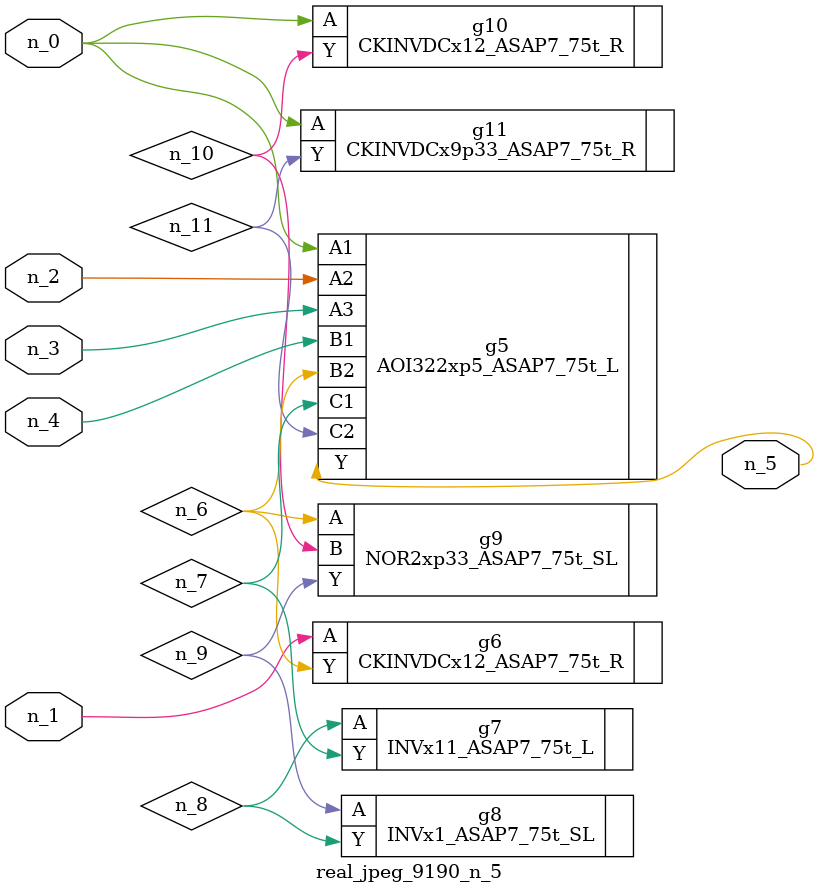
<source format=v>
module real_jpeg_9190_n_5 (n_4, n_0, n_1, n_2, n_3, n_5);

input n_4;
input n_0;
input n_1;
input n_2;
input n_3;

output n_5;

wire n_8;
wire n_11;
wire n_6;
wire n_7;
wire n_10;
wire n_9;

AOI322xp5_ASAP7_75t_L g5 ( 
.A1(n_0),
.A2(n_2),
.A3(n_3),
.B1(n_4),
.B2(n_6),
.C1(n_7),
.C2(n_11),
.Y(n_5)
);

CKINVDCx12_ASAP7_75t_R g10 ( 
.A(n_0),
.Y(n_10)
);

CKINVDCx9p33_ASAP7_75t_R g11 ( 
.A(n_0),
.Y(n_11)
);

CKINVDCx12_ASAP7_75t_R g6 ( 
.A(n_1),
.Y(n_6)
);

NOR2xp33_ASAP7_75t_SL g9 ( 
.A(n_6),
.B(n_10),
.Y(n_9)
);

INVx11_ASAP7_75t_L g7 ( 
.A(n_8),
.Y(n_7)
);

INVx1_ASAP7_75t_SL g8 ( 
.A(n_9),
.Y(n_8)
);


endmodule
</source>
